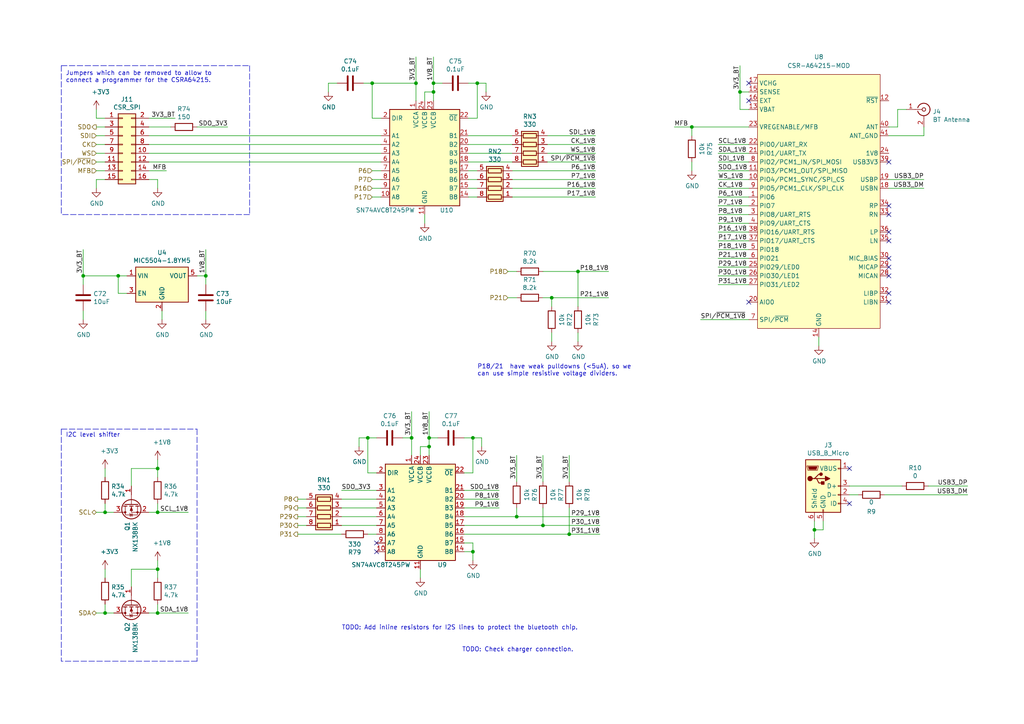
<source format=kicad_sch>
(kicad_sch (version 20201015) (generator eeschema)
  (page 1 7)
  (paper "A4")
  (lib_symbols
    (symbol "Connector:Conn_Coaxial" (pin_names (offset 1.016) hide)
      (property "Reference" "J" (at 0.254 3.048 0))
      (property "Value" "Conn_Coaxial" (at 2.921 0 90))
      (symbol "Conn_Coaxial_0_1"
        (arc (start -1.778 0.508) (end 1.778 0) (radius (at -0.0508 0) (length 1.8034) (angles 163.6 0)) (stroke (width 0.254)))
        (arc (start 1.778 0) (end -1.778 -0.508) (radius (at -0.0254 0) (length 1.8034) (angles 0 -163.8)) (stroke (width 0.254)))
        (circle (center 0 0) (radius 0.508) (stroke (width 0.2032)))
        (polyline (pts (xy -2.54 0) (xy -0.508 0)))
        (polyline (pts (xy 0 -2.54) (xy 0 -1.778)))
      )
      (symbol "Conn_Coaxial_1_1"
        (pin passive line (at -5.08 0 0) (length 2.54) (name "In") (number "1"))
        (pin passive line (at 0 -5.08 90) (length 2.54) (name "Ext") (number "2"))
      )
    )
    (symbol "Connector:USB_B_Micro" (pin_names (offset 1.016))
      (property "Reference" "J" (at -5.08 11.43 0))
      (property "Value" "USB_B_Micro" (at -5.08 8.89 0))
      (symbol "USB_B_Micro_0_1"
        (circle (center -3.81 2.159) (radius 0.635) (stroke (width 0.254)) (fill (type outline)))
        (circle (center -0.635 3.429) (radius 0.381) (stroke (width 0.254)) (fill (type outline)))
        (rectangle (start -5.08 -7.62) (end 5.08 7.62) (stroke (width 0.254)) (fill (type background)))
        (rectangle (start -0.127 -7.62) (end 0.127 -6.858))
        (rectangle (start 0.254 1.27) (end -0.508 0.508) (stroke (width 0.254)) (fill (type outline)))
        (rectangle (start 5.08 -5.207) (end 4.318 -4.953))
        (rectangle (start 5.08 -2.667) (end 4.318 -2.413))
        (rectangle (start 5.08 -0.127) (end 4.318 0.127))
        (rectangle (start 5.08 4.953) (end 4.318 5.207))
        (polyline (pts (xy -1.905 2.159) (xy 0.635 2.159)) (stroke (width 0.254)))
        (polyline (pts (xy -3.175 2.159) (xy -2.54 2.159) (xy -1.27 3.429) (xy -0.635 3.429)) (stroke (width 0.254)))
        (polyline (pts (xy -2.54 2.159) (xy -1.905 2.159) (xy -1.27 0.889) (xy 0 0.889)) (stroke (width 0.254)))
        (polyline (pts (xy 0.635 2.794) (xy 0.635 1.524) (xy 1.905 2.159) (xy 0.635 2.794)) (stroke (width 0.254)) (fill (type outline)))
        (polyline (pts (xy -4.318 5.588) (xy -1.778 5.588) (xy -2.032 4.826) (xy -4.064 4.826) (xy -4.318 5.588)) (fill (type outline)))
        (polyline (pts (xy -4.699 5.842) (xy -4.699 5.588) (xy -4.445 4.826) (xy -4.445 4.572) (xy -1.651 4.572) (xy -1.651 4.826) (xy -1.397 5.588) (xy -1.397 5.842) (xy -4.699 5.842)))
      )
      (symbol "USB_B_Micro_1_1"
        (pin power_out line (at 7.62 5.08 180) (length 2.54) (name "VBUS") (number "1"))
        (pin bidirectional line (at 7.62 -2.54 180) (length 2.54) (name "D-") (number "2"))
        (pin bidirectional line (at 7.62 0 180) (length 2.54) (name "D+") (number "3"))
        (pin passive line (at 7.62 -5.08 180) (length 2.54) (name "ID") (number "4"))
        (pin power_out line (at 0 -10.16 90) (length 2.54) (name "GND") (number "5"))
        (pin passive line (at -2.54 -10.16 90) (length 2.54) (name "Shield") (number "6"))
      )
    )
    (symbol "Connector_Generic:Conn_02x08_Odd_Even" (pin_names (offset 1.016) hide)
      (property "Reference" "J" (at 1.27 10.16 0))
      (property "Value" "Conn_02x08_Odd_Even" (at 1.27 -12.7 0))
      (symbol "Conn_02x08_Odd_Even_1_1"
        (rectangle (start -1.27 -4.953) (end 0 -5.207) (stroke (width 0.1524)))
        (rectangle (start -1.27 -7.493) (end 0 -7.747) (stroke (width 0.1524)))
        (rectangle (start -1.27 -10.033) (end 0 -10.287) (stroke (width 0.1524)))
        (rectangle (start -1.27 -2.413) (end 0 -2.667) (stroke (width 0.1524)))
        (rectangle (start -1.27 2.667) (end 0 2.413) (stroke (width 0.1524)))
        (rectangle (start -1.27 5.207) (end 0 4.953) (stroke (width 0.1524)))
        (rectangle (start -1.27 7.747) (end 0 7.493) (stroke (width 0.1524)))
        (rectangle (start -1.27 8.89) (end 3.81 -11.43) (stroke (width 0.254)) (fill (type background)))
        (rectangle (start -1.27 0.127) (end 0 -0.127) (stroke (width 0.1524)))
        (rectangle (start 3.81 -4.953) (end 2.54 -5.207) (stroke (width 0.1524)))
        (rectangle (start 3.81 -7.493) (end 2.54 -7.747) (stroke (width 0.1524)))
        (rectangle (start 3.81 -10.033) (end 2.54 -10.287) (stroke (width 0.1524)))
        (rectangle (start 3.81 -2.413) (end 2.54 -2.667) (stroke (width 0.1524)))
        (rectangle (start 3.81 2.667) (end 2.54 2.413) (stroke (width 0.1524)))
        (rectangle (start 3.81 5.207) (end 2.54 4.953) (stroke (width 0.1524)))
        (rectangle (start 3.81 7.747) (end 2.54 7.493) (stroke (width 0.1524)))
        (rectangle (start 3.81 0.127) (end 2.54 -0.127) (stroke (width 0.1524)))
        (pin passive line (at -5.08 7.62 0) (length 3.81) (name "Pin_1") (number "1"))
        (pin passive line (at 7.62 -2.54 180) (length 3.81) (name "Pin_10") (number "10"))
        (pin passive line (at -5.08 -5.08 0) (length 3.81) (name "Pin_11") (number "11"))
        (pin passive line (at 7.62 -5.08 180) (length 3.81) (name "Pin_12") (number "12"))
        (pin passive line (at -5.08 -7.62 0) (length 3.81) (name "Pin_13") (number "13"))
        (pin passive line (at 7.62 -7.62 180) (length 3.81) (name "Pin_14") (number "14"))
        (pin passive line (at -5.08 -10.16 0) (length 3.81) (name "Pin_15") (number "15"))
        (pin passive line (at 7.62 -10.16 180) (length 3.81) (name "Pin_16") (number "16"))
        (pin passive line (at 7.62 7.62 180) (length 3.81) (name "Pin_2") (number "2"))
        (pin passive line (at -5.08 5.08 0) (length 3.81) (name "Pin_3") (number "3"))
        (pin passive line (at 7.62 5.08 180) (length 3.81) (name "Pin_4") (number "4"))
        (pin passive line (at -5.08 2.54 0) (length 3.81) (name "Pin_5") (number "5"))
        (pin passive line (at 7.62 2.54 180) (length 3.81) (name "Pin_6") (number "6"))
        (pin passive line (at -5.08 0 0) (length 3.81) (name "Pin_7") (number "7"))
        (pin passive line (at 7.62 0 180) (length 3.81) (name "Pin_8") (number "8"))
        (pin passive line (at -5.08 -2.54 0) (length 3.81) (name "Pin_9") (number "9"))
      )
    )
    (symbol "Device:C" (pin_numbers hide) (pin_names (offset 0.254))
      (property "Reference" "C" (at 0.635 2.54 0))
      (property "Value" "C" (at 0.635 -2.54 0))
      (symbol "C_0_1"
        (polyline (pts (xy -2.032 -0.762) (xy 2.032 -0.762)) (stroke (width 0.508)))
        (polyline (pts (xy -2.032 0.762) (xy 2.032 0.762)) (stroke (width 0.508)))
      )
      (symbol "C_1_1"
        (pin passive line (at 0 3.81 270) (length 2.794) (name "~") (number "1"))
        (pin passive line (at 0 -3.81 90) (length 2.794) (name "~") (number "2"))
      )
    )
    (symbol "Device:R" (pin_numbers hide) (pin_names (offset 0))
      (property "Reference" "R" (at 2.032 0 90))
      (property "Value" "R" (at 0 0 90))
      (symbol "R_0_1"
        (rectangle (start -1.016 -2.54) (end 1.016 2.54) (stroke (width 0.254)))
      )
      (symbol "R_1_1"
        (pin passive line (at 0 3.81 270) (length 1.27) (name "~") (number "1"))
        (pin passive line (at 0 -3.81 90) (length 1.27) (name "~") (number "2"))
      )
    )
    (symbol "Device:R_Pack04" (pin_names (offset 0) hide)
      (property "Reference" "RN" (at -7.62 0 90))
      (property "Value" "R_Pack04" (at 5.08 0 90))
      (symbol "R_Pack04_0_1"
        (rectangle (start -6.35 -2.413) (end 3.81 2.413) (stroke (width 0.254)) (fill (type background)))
        (rectangle (start -5.715 1.905) (end -4.445 -1.905) (stroke (width 0.254)))
        (rectangle (start -3.175 1.905) (end -1.905 -1.905) (stroke (width 0.254)))
        (rectangle (start -0.635 1.905) (end 0.635 -1.905) (stroke (width 0.254)))
        (rectangle (start 1.905 1.905) (end 3.175 -1.905) (stroke (width 0.254)))
        (polyline (pts (xy -5.08 -2.54) (xy -5.08 -1.905)))
        (polyline (pts (xy -5.08 1.905) (xy -5.08 2.54)))
        (polyline (pts (xy -2.54 -2.54) (xy -2.54 -1.905)))
        (polyline (pts (xy -2.54 1.905) (xy -2.54 2.54)))
        (polyline (pts (xy 0 -2.54) (xy 0 -1.905)))
        (polyline (pts (xy 0 1.905) (xy 0 2.54)))
        (polyline (pts (xy 2.54 -2.54) (xy 2.54 -1.905)))
        (polyline (pts (xy 2.54 1.905) (xy 2.54 2.54)))
      )
      (symbol "R_Pack04_1_1"
        (pin passive line (at -5.08 -5.08 90) (length 2.54) (name "R1.1") (number "1"))
        (pin passive line (at -2.54 -5.08 90) (length 2.54) (name "R2.1") (number "2"))
        (pin passive line (at 0 -5.08 90) (length 2.54) (name "R3.1") (number "3"))
        (pin passive line (at 2.54 -5.08 90) (length 2.54) (name "R4.1") (number "4"))
        (pin passive line (at 2.54 5.08 270) (length 2.54) (name "R4.2") (number "5"))
        (pin passive line (at 0 5.08 270) (length 2.54) (name "R3.2") (number "6"))
        (pin passive line (at -2.54 5.08 270) (length 2.54) (name "R2.2") (number "7"))
        (pin passive line (at -5.08 5.08 270) (length 2.54) (name "R1.2") (number "8"))
      )
    )
    (symbol "HackAmp-Symbols:CSR-A64215-MOD"
      (property "Reference" "U" (at -15.24 39.37 0))
      (property "Value" "CSR-A64215-MOD" (at 8.89 39.37 0))
      (symbol "CSR-A64215-MOD_0_1"
        (rectangle (start -17.78 38.1) (end 17.78 -35.56) (fill (type background)))
      )
      (symbol "CSR-A64215-MOD_1_1"
        (pin bidirectional line (at -20.32 2.54 0) (length 2.54) (name "PIO6") (number "1"))
        (pin bidirectional line (at -20.32 0 0) (length 2.54) (name "PIO7") (number "2"))
        (pin bidirectional line (at -20.32 -2.54 0) (length 2.54) (name "PIO8/UART_RTS") (number "3"))
        (pin bidirectional line (at -20.32 -5.08 0) (length 2.54) (name "PIO9/UART_CTS") (number "4"))
        (pin bidirectional line (at -20.32 -12.7 0) (length 2.54) (name "PIO18") (number "5"))
        (pin bidirectional line (at -20.32 -15.24 0) (length 2.54) (name "PIO21") (number "6"))
        (pin input line (at -20.32 -33.02 0) (length 2.54) (name "SPI/~PCM") (number "7"))
        (pin bidirectional line (at -20.32 12.7 0) (length 2.54) (name "PIO2/PCM1_IN/SPI_MOSI") (number "8"))
        (pin bidirectional line (at -20.32 5.08 0) (length 2.54) (name "PIO5/PCM1_CLK/SPI_CLK") (number "9"))
        (pin bidirectional line (at -20.32 7.62 0) (length 2.54) (name "PIO4/PCM1_SYNC/SPI_CS") (number "10"))
        (pin bidirectional line (at -20.32 10.16 0) (length 2.54) (name "PIO3/PCM1_OUT/SPI_MISO") (number "11"))
        (pin input line (at 20.32 30.48 180) (length 2.54) (name "~RST") (number "12"))
        (pin power_in line (at -20.32 27.94 0) (length 2.54) (name "VBAT") (number "13"))
        (pin power_in line (at 0 -38.1 90) (length 2.54) (name "GND") (number "14"))
        (pin bidirectional line (at 20.32 5.08 180) (length 2.54) (name "USBN") (number "18"))
        (pin bidirectional line (at -20.32 22.86 0) (length 2.54) (name "VREGENABLE/MFB") (number "23"))
        (pin power_out line (at 20.32 15.24 180) (length 2.54) (name "1V8") (number "24"))
        (pin output line (at -20.32 -17.78 0) (length 2.54) (name "PIO29/LED0") (number "25"))
        (pin output line (at -20.32 -20.32 0) (length 2.54) (name "PIO30/LED1") (number "26"))
        (pin output line (at -20.32 -22.86 0) (length 2.54) (name "PIO31/LED2") (number "27"))
        (pin bidirectional line (at 20.32 -20.32 180) (length 2.54) (name "MICAN") (number "28"))
        (pin bidirectional line (at 20.32 -17.78 180) (length 2.54) (name "MICAP") (number "29"))
        (pin bidirectional line (at 20.32 -15.24 180) (length 2.54) (name "MIC_BIAS") (number "30"))
        (pin bidirectional line (at 20.32 -27.94 180) (length 2.54) (name "LIBN") (number "31"))
        (pin bidirectional line (at 20.32 -25.4 180) (length 2.54) (name "LIBP") (number "32"))
        (pin bidirectional line (at 20.32 -2.54 180) (length 2.54) (name "RN") (number "33"))
        (pin bidirectional line (at 20.32 0 180) (length 2.54) (name "RP") (number "34"))
        (pin bidirectional line (at 20.32 -10.16 180) (length 2.54) (name "LN") (number "35"))
        (pin bidirectional line (at 20.32 -7.62 180) (length 2.54) (name "LP") (number "36"))
        (pin bidirectional line (at -20.32 -10.16 0) (length 2.54) (name "PIO17/UART_CTS") (number "37"))
        (pin bidirectional line (at -20.32 -7.62 0) (length 2.54) (name "PIO16/UART_RTS") (number "38"))
        (pin power_out line (at 20.32 12.7 180) (length 2.54) (name "USB3V3") (number "39"))
        (pin passive line (at 20.32 22.86 180) (length 2.54) (name "ANT") (number "40"))
        (pin passive line (at 20.32 20.32 180) (length 2.54) (name "ANT_GND") (number "41"))
        (pin power_in line (at -20.32 35.56 0) (length 2.54) (name "VCHG") (number "17"))
        (pin output line (at -20.32 30.48 0) (length 2.54) (name "EXT") (number "16"))
        (pin input line (at -20.32 33.02 0) (length 2.54) (name "SENSE") (number "15"))
        (pin bidirectional line (at 20.32 7.62 180) (length 2.54) (name "USBP") (number "19"))
        (pin power_in line (at -20.32 -27.94 0) (length 2.54) (name "AIO0") (number "20"))
        (pin bidirectional line (at -20.32 15.24 0) (length 2.54) (name "PIO1/UART_TX") (number "21"))
        (pin bidirectional line (at -20.32 17.78 0) (length 2.54) (name "PIO0/UART_RX") (number "22"))
      )
    )
    (symbol "Logic_LevelTranslator:SN74AVC8T245PW"
      (property "Reference" "U" (at -8.89 13.97 0))
      (property "Value" "SN74AVC8T245PW" (at 12.7 13.97 0))
      (symbol "SN74AVC8T245PW_0_1"
        (rectangle (start -10.16 12.7) (end 10.16 -15.24) (stroke (width 0.254)) (fill (type background)))
      )
      (symbol "SN74AVC8T245PW_1_1"
        (pin power_in line (at -2.54 15.24 270) (length 2.54) (name "VCCA") (number "1"))
        (pin bidirectional line (at -12.7 -12.7 0) (length 2.54) (name "A8") (number "10"))
        (pin power_in line (at 0 -17.78 90) (length 2.54) (name "GND") (number "11"))
        (pin passive line (at 0 -17.78 90) (length 2.54) hide (name "GND") (number "12"))
        (pin passive line (at 0 -17.78 90) (length 2.54) hide (name "GND") (number "13"))
        (pin bidirectional line (at 12.7 -12.7 180) (length 2.54) (name "B8") (number "14"))
        (pin bidirectional line (at 12.7 -10.16 180) (length 2.54) (name "B7") (number "15"))
        (pin bidirectional line (at 12.7 -7.62 180) (length 2.54) (name "B6") (number "16"))
        (pin bidirectional line (at 12.7 -5.08 180) (length 2.54) (name "B5") (number "17"))
        (pin bidirectional line (at 12.7 -2.54 180) (length 2.54) (name "B4") (number "18"))
        (pin bidirectional line (at 12.7 0 180) (length 2.54) (name "B3") (number "19"))
        (pin input line (at -12.7 10.16 0) (length 2.54) (name "DIR") (number "2"))
        (pin bidirectional line (at 12.7 2.54 180) (length 2.54) (name "B2") (number "20"))
        (pin bidirectional line (at 12.7 5.08 180) (length 2.54) (name "B1") (number "21"))
        (pin input line (at 12.7 10.16 180) (length 2.54) (name "~OE") (number "22"))
        (pin power_in line (at 2.54 15.24 270) (length 2.54) (name "VCCB") (number "23"))
        (pin power_in line (at 0 15.24 270) (length 2.54) (name "VCCB") (number "24"))
        (pin bidirectional line (at -12.7 5.08 0) (length 2.54) (name "A1") (number "3"))
        (pin bidirectional line (at -12.7 2.54 0) (length 2.54) (name "A2") (number "4"))
        (pin bidirectional line (at -12.7 0 0) (length 2.54) (name "A3") (number "5"))
        (pin bidirectional line (at -12.7 -2.54 0) (length 2.54) (name "A4") (number "6"))
        (pin bidirectional line (at -12.7 -5.08 0) (length 2.54) (name "A5") (number "7"))
        (pin bidirectional line (at -12.7 -7.62 0) (length 2.54) (name "A6") (number "8"))
        (pin bidirectional line (at -12.7 -10.16 0) (length 2.54) (name "A7") (number "9"))
      )
    )
    (symbol "Regulator_Linear:MIC5504-1.8YM5"
      (property "Reference" "U" (at -7.62 8.89 0))
      (property "Value" "MIC5504-1.8YM5" (at -7.62 6.35 0))
      (symbol "MIC5504-1.8YM5_0_1"
        (rectangle (start -7.62 -5.08) (end 7.62 5.08) (stroke (width 0.254)) (fill (type background)))
      )
      (symbol "MIC5504-1.8YM5_1_1"
        (pin power_in line (at -10.16 2.54 0) (length 2.54) (name "VIN") (number "1"))
        (pin power_in line (at 0 -7.62 90) (length 2.54) (name "GND") (number "2"))
        (pin input line (at -10.16 -2.54 0) (length 2.54) (name "EN") (number "3"))
        (pin unconnected line (at 7.62 -2.54 180) (length 2.54) hide (name "NC") (number "4"))
        (pin power_out line (at 10.16 2.54 180) (length 2.54) (name "VOUT") (number "5"))
      )
    )
    (symbol "Transistor_FET:BSS138" (pin_names hide)
      (property "Reference" "Q" (at 5.08 1.905 0))
      (property "Value" "BSS138" (at 5.08 0 0))
      (symbol "BSS138_0_1"
        (circle (center 1.651 0) (radius 2.794) (stroke (width 0.254)))
        (circle (center 2.54 -1.778) (radius 0.254) (fill (type outline)))
        (circle (center 2.54 1.778) (radius 0.254) (fill (type outline)))
        (polyline (pts (xy 0.254 0) (xy -2.54 0)))
        (polyline (pts (xy 0.254 1.905) (xy 0.254 -1.905)) (stroke (width 0.254)))
        (polyline (pts (xy 0.762 -1.27) (xy 0.762 -2.286)) (stroke (width 0.254)))
        (polyline (pts (xy 0.762 0.508) (xy 0.762 -0.508)) (stroke (width 0.254)))
        (polyline (pts (xy 0.762 2.286) (xy 0.762 1.27)) (stroke (width 0.254)))
        (polyline (pts (xy 2.54 2.54) (xy 2.54 1.778)))
        (polyline (pts (xy 2.54 -2.54) (xy 2.54 0) (xy 0.762 0)))
        (polyline (pts (xy 0.762 -1.778) (xy 3.302 -1.778) (xy 3.302 1.778) (xy 0.762 1.778)))
        (polyline (pts (xy 1.016 0) (xy 2.032 0.381) (xy 2.032 -0.381) (xy 1.016 0)) (fill (type outline)))
        (polyline (pts (xy 2.794 0.508) (xy 2.921 0.381) (xy 3.683 0.381) (xy 3.81 0.254)))
        (polyline (pts (xy 3.302 0.381) (xy 2.921 -0.254) (xy 3.683 -0.254) (xy 3.302 0.381)))
      )
      (symbol "BSS138_1_1"
        (pin input line (at -5.08 0 0) (length 2.54) (name "G") (number "1"))
        (pin passive line (at 2.54 -5.08 90) (length 2.54) (name "S") (number "2"))
        (pin passive line (at 2.54 5.08 270) (length 2.54) (name "D") (number "3"))
      )
    )
    (symbol "power:+1V8" (power) (pin_names (offset 0))
      (property "Value" "+1V8" (at 0 3.556 0))
      (symbol "+1V8_0_1"
        (polyline (pts (xy -0.762 1.27) (xy 0 2.54)))
        (polyline (pts (xy 0 0) (xy 0 2.54)))
        (polyline (pts (xy 0 2.54) (xy 0.762 1.27)))
      )
      (symbol "+1V8_1_1"
        (pin power_in line (at 0 0 90) (length 0) hide (name "+1V8") (number "1"))
      )
    )
    (symbol "power:+3V3" (power) (pin_names (offset 0))
      (property "Value" "+3V3" (at 0 3.556 0))
      (symbol "+3V3_0_1"
        (polyline (pts (xy -0.762 1.27) (xy 0 2.54)))
        (polyline (pts (xy 0 0) (xy 0 2.54)))
        (polyline (pts (xy 0 2.54) (xy 0.762 1.27)))
      )
      (symbol "+3V3_1_1"
        (pin power_in line (at 0 0 90) (length 0) hide (name "+3V3") (number "1"))
      )
    )
    (symbol "power:GND" (power) (pin_names (offset 0))
      (property "Value" "GND" (at 0 -3.81 0))
      (symbol "GND_0_1"
        (polyline (pts (xy 0 0) (xy 0 -1.27) (xy 1.27 -1.27) (xy 0 -2.54) (xy -1.27 -1.27) (xy 0 -1.27)))
      )
      (symbol "GND_1_1"
        (pin power_in line (at 0 0 270) (length 0) hide (name "GND") (number "1"))
      )
    )
  )
  (junction (at 24.13 80.01) (diameter 0.9144))
  (junction (at 30.48 148.59) (diameter 0.9144))
  (junction (at 30.48 177.8) (diameter 0.9144))
  (junction (at 34.29 80.01) (diameter 0.9144))
  (junction (at 45.72 135.89) (diameter 0.9144))
  (junction (at 45.72 148.59) (diameter 0.9144))
  (junction (at 45.72 165.1) (diameter 0.9144))
  (junction (at 45.72 177.8) (diameter 0.9144))
  (junction (at 59.69 80.01) (diameter 0.9144))
  (junction (at 106.68 127) (diameter 0.9144))
  (junction (at 107.95 24.13) (diameter 0.9144))
  (junction (at 119.38 127) (diameter 0.9144))
  (junction (at 120.65 24.13) (diameter 0.9144))
  (junction (at 124.46 127) (diameter 0.9144))
  (junction (at 124.46 129.54) (diameter 0.9144))
  (junction (at 125.73 24.13) (diameter 0.9144))
  (junction (at 125.73 26.67) (diameter 0.9144))
  (junction (at 137.16 127) (diameter 0.9144))
  (junction (at 137.16 160.02) (diameter 0.9144))
  (junction (at 138.43 24.13) (diameter 0.9144))
  (junction (at 149.86 149.86) (diameter 0.9144))
  (junction (at 157.48 152.4) (diameter 0.9144))
  (junction (at 160.02 86.36) (diameter 0.9144))
  (junction (at 165.1 154.94) (diameter 0.9144))
  (junction (at 167.64 78.74) (diameter 0.9144))
  (junction (at 200.66 36.83) (diameter 0.9144))
  (junction (at 214.63 26.67) (diameter 0.9144))
  (junction (at 236.22 153.67) (diameter 0.9144))
  (no_connect (at 257.81 77.47))
  (no_connect (at 257.81 46.99))
  (no_connect (at 257.81 69.85))
  (no_connect (at 257.81 59.69))
  (no_connect (at 246.38 146.05))
  (no_connect (at 109.22 160.02))
  (no_connect (at 257.81 67.31))
  (no_connect (at 257.81 85.09))
  (no_connect (at 257.81 62.23))
  (no_connect (at 109.22 157.48))
  (no_connect (at 246.38 135.89))
  (no_connect (at 257.81 87.63))
  (no_connect (at 217.17 87.63))
  (no_connect (at 217.17 24.13))
  (no_connect (at 217.17 29.21))
  (no_connect (at 257.81 74.93))
  (no_connect (at 257.81 80.01))
  (wire (pts (xy 24.13 72.39) (xy 24.13 80.01)))
  (wire (pts (xy 24.13 80.01) (xy 24.13 82.55)))
  (wire (pts (xy 24.13 90.17) (xy 24.13 92.71)))
  (wire (pts (xy 27.94 34.29) (xy 27.94 31.75)))
  (wire (pts (xy 27.94 36.83) (xy 30.48 36.83)))
  (wire (pts (xy 27.94 39.37) (xy 30.48 39.37)))
  (wire (pts (xy 27.94 41.91) (xy 30.48 41.91)))
  (wire (pts (xy 27.94 44.45) (xy 30.48 44.45)))
  (wire (pts (xy 27.94 46.99) (xy 30.48 46.99)))
  (wire (pts (xy 27.94 49.53) (xy 30.48 49.53)))
  (wire (pts (xy 27.94 52.07) (xy 27.94 54.61)))
  (wire (pts (xy 27.94 148.59) (xy 30.48 148.59)))
  (wire (pts (xy 27.94 177.8) (xy 30.48 177.8)))
  (wire (pts (xy 30.48 34.29) (xy 27.94 34.29)))
  (wire (pts (xy 30.48 52.07) (xy 27.94 52.07)))
  (wire (pts (xy 30.48 135.89) (xy 30.48 138.43)))
  (wire (pts (xy 30.48 146.05) (xy 30.48 148.59)))
  (wire (pts (xy 30.48 148.59) (xy 33.02 148.59)))
  (wire (pts (xy 30.48 165.1) (xy 30.48 167.64)))
  (wire (pts (xy 30.48 175.26) (xy 30.48 177.8)))
  (wire (pts (xy 30.48 177.8) (xy 33.02 177.8)))
  (wire (pts (xy 34.29 80.01) (xy 24.13 80.01)))
  (wire (pts (xy 34.29 80.01) (xy 36.83 80.01)))
  (wire (pts (xy 34.29 85.09) (xy 34.29 80.01)))
  (wire (pts (xy 36.83 85.09) (xy 34.29 85.09)))
  (wire (pts (xy 38.1 135.89) (xy 38.1 140.97)))
  (wire (pts (xy 38.1 165.1) (xy 38.1 170.18)))
  (wire (pts (xy 43.18 34.29) (xy 50.8 34.29)))
  (wire (pts (xy 43.18 36.83) (xy 49.53 36.83)))
  (wire (pts (xy 43.18 39.37) (xy 110.49 39.37)))
  (wire (pts (xy 43.18 41.91) (xy 110.49 41.91)))
  (wire (pts (xy 43.18 44.45) (xy 110.49 44.45)))
  (wire (pts (xy 43.18 46.99) (xy 110.49 46.99)))
  (wire (pts (xy 43.18 49.53) (xy 48.26 49.53)))
  (wire (pts (xy 43.18 52.07) (xy 45.72 52.07)))
  (wire (pts (xy 45.72 52.07) (xy 45.72 54.61)))
  (wire (pts (xy 45.72 133.35) (xy 45.72 135.89)))
  (wire (pts (xy 45.72 135.89) (xy 38.1 135.89)))
  (wire (pts (xy 45.72 135.89) (xy 45.72 138.43)))
  (wire (pts (xy 45.72 146.05) (xy 45.72 148.59)))
  (wire (pts (xy 45.72 148.59) (xy 43.18 148.59)))
  (wire (pts (xy 45.72 148.59) (xy 54.61 148.59)))
  (wire (pts (xy 45.72 162.56) (xy 45.72 165.1)))
  (wire (pts (xy 45.72 165.1) (xy 38.1 165.1)))
  (wire (pts (xy 45.72 165.1) (xy 45.72 167.64)))
  (wire (pts (xy 45.72 175.26) (xy 45.72 177.8)))
  (wire (pts (xy 45.72 177.8) (xy 43.18 177.8)))
  (wire (pts (xy 45.72 177.8) (xy 54.61 177.8)))
  (wire (pts (xy 46.99 90.17) (xy 46.99 92.71)))
  (wire (pts (xy 57.15 36.83) (xy 66.04 36.83)))
  (wire (pts (xy 57.15 80.01) (xy 59.69 80.01)))
  (wire (pts (xy 59.69 72.39) (xy 59.69 80.01)))
  (wire (pts (xy 59.69 80.01) (xy 59.69 82.55)))
  (wire (pts (xy 59.69 90.17) (xy 59.69 92.71)))
  (wire (pts (xy 86.36 144.78) (xy 88.9 144.78)))
  (wire (pts (xy 86.36 147.32) (xy 88.9 147.32)))
  (wire (pts (xy 86.36 149.86) (xy 88.9 149.86)))
  (wire (pts (xy 86.36 152.4) (xy 88.9 152.4)))
  (wire (pts (xy 86.36 154.94) (xy 99.06 154.94)))
  (wire (pts (xy 95.25 24.13) (xy 95.25 26.67)))
  (wire (pts (xy 97.79 24.13) (xy 95.25 24.13)))
  (wire (pts (xy 99.06 142.24) (xy 109.22 142.24)))
  (wire (pts (xy 99.06 144.78) (xy 109.22 144.78)))
  (wire (pts (xy 99.06 147.32) (xy 109.22 147.32)))
  (wire (pts (xy 99.06 149.86) (xy 109.22 149.86)))
  (wire (pts (xy 99.06 152.4) (xy 109.22 152.4)))
  (wire (pts (xy 104.14 127) (xy 104.14 129.54)))
  (wire (pts (xy 105.41 24.13) (xy 107.95 24.13)))
  (wire (pts (xy 106.68 127) (xy 104.14 127)))
  (wire (pts (xy 106.68 137.16) (xy 106.68 127)))
  (wire (pts (xy 106.68 154.94) (xy 109.22 154.94)))
  (wire (pts (xy 107.95 24.13) (xy 120.65 24.13)))
  (wire (pts (xy 107.95 34.29) (xy 107.95 24.13)))
  (wire (pts (xy 107.95 49.53) (xy 110.49 49.53)))
  (wire (pts (xy 107.95 52.07) (xy 110.49 52.07)))
  (wire (pts (xy 107.95 54.61) (xy 110.49 54.61)))
  (wire (pts (xy 107.95 57.15) (xy 110.49 57.15)))
  (wire (pts (xy 109.22 127) (xy 106.68 127)))
  (wire (pts (xy 109.22 137.16) (xy 106.68 137.16)))
  (wire (pts (xy 110.49 34.29) (xy 107.95 34.29)))
  (wire (pts (xy 116.84 127) (xy 119.38 127)))
  (wire (pts (xy 119.38 119.38) (xy 119.38 127)))
  (wire (pts (xy 119.38 127) (xy 119.38 132.08)))
  (wire (pts (xy 120.65 16.51) (xy 120.65 24.13)))
  (wire (pts (xy 120.65 24.13) (xy 120.65 29.21)))
  (wire (pts (xy 121.92 129.54) (xy 124.46 129.54)))
  (wire (pts (xy 121.92 132.08) (xy 121.92 129.54)))
  (wire (pts (xy 121.92 165.1) (xy 121.92 167.64)))
  (wire (pts (xy 123.19 26.67) (xy 125.73 26.67)))
  (wire (pts (xy 123.19 29.21) (xy 123.19 26.67)))
  (wire (pts (xy 123.19 62.23) (xy 123.19 64.77)))
  (wire (pts (xy 124.46 119.38) (xy 124.46 127)))
  (wire (pts (xy 124.46 127) (xy 124.46 129.54)))
  (wire (pts (xy 124.46 127) (xy 127 127)))
  (wire (pts (xy 124.46 129.54) (xy 124.46 132.08)))
  (wire (pts (xy 125.73 16.51) (xy 125.73 24.13)))
  (wire (pts (xy 125.73 24.13) (xy 125.73 26.67)))
  (wire (pts (xy 125.73 24.13) (xy 128.27 24.13)))
  (wire (pts (xy 125.73 26.67) (xy 125.73 29.21)))
  (wire (pts (xy 134.62 127) (xy 137.16 127)))
  (wire (pts (xy 134.62 137.16) (xy 137.16 137.16)))
  (wire (pts (xy 134.62 142.24) (xy 144.78 142.24)))
  (wire (pts (xy 134.62 144.78) (xy 144.78 144.78)))
  (wire (pts (xy 134.62 147.32) (xy 144.78 147.32)))
  (wire (pts (xy 134.62 149.86) (xy 149.86 149.86)))
  (wire (pts (xy 134.62 152.4) (xy 157.48 152.4)))
  (wire (pts (xy 134.62 154.94) (xy 165.1 154.94)))
  (wire (pts (xy 134.62 157.48) (xy 137.16 157.48)))
  (wire (pts (xy 134.62 160.02) (xy 137.16 160.02)))
  (wire (pts (xy 135.89 24.13) (xy 138.43 24.13)))
  (wire (pts (xy 135.89 34.29) (xy 138.43 34.29)))
  (wire (pts (xy 135.89 39.37) (xy 148.59 39.37)))
  (wire (pts (xy 135.89 41.91) (xy 148.59 41.91)))
  (wire (pts (xy 135.89 44.45) (xy 148.59 44.45)))
  (wire (pts (xy 135.89 46.99) (xy 148.59 46.99)))
  (wire (pts (xy 135.89 49.53) (xy 138.43 49.53)))
  (wire (pts (xy 135.89 52.07) (xy 138.43 52.07)))
  (wire (pts (xy 135.89 54.61) (xy 138.43 54.61)))
  (wire (pts (xy 135.89 57.15) (xy 138.43 57.15)))
  (wire (pts (xy 137.16 127) (xy 139.7 127)))
  (wire (pts (xy 137.16 137.16) (xy 137.16 127)))
  (wire (pts (xy 137.16 157.48) (xy 137.16 160.02)))
  (wire (pts (xy 137.16 160.02) (xy 137.16 162.56)))
  (wire (pts (xy 138.43 24.13) (xy 140.97 24.13)))
  (wire (pts (xy 138.43 34.29) (xy 138.43 24.13)))
  (wire (pts (xy 139.7 127) (xy 139.7 129.54)))
  (wire (pts (xy 140.97 24.13) (xy 140.97 26.67)))
  (wire (pts (xy 147.32 78.74) (xy 149.86 78.74)))
  (wire (pts (xy 147.32 86.36) (xy 149.86 86.36)))
  (wire (pts (xy 148.59 49.53) (xy 172.72 49.53)))
  (wire (pts (xy 148.59 52.07) (xy 172.72 52.07)))
  (wire (pts (xy 148.59 54.61) (xy 172.72 54.61)))
  (wire (pts (xy 148.59 57.15) (xy 172.72 57.15)))
  (wire (pts (xy 149.86 132.08) (xy 149.86 139.7)))
  (wire (pts (xy 149.86 149.86) (xy 149.86 147.32)))
  (wire (pts (xy 149.86 149.86) (xy 173.99 149.86)))
  (wire (pts (xy 157.48 78.74) (xy 167.64 78.74)))
  (wire (pts (xy 157.48 86.36) (xy 160.02 86.36)))
  (wire (pts (xy 157.48 132.08) (xy 157.48 139.7)))
  (wire (pts (xy 157.48 152.4) (xy 157.48 147.32)))
  (wire (pts (xy 157.48 152.4) (xy 173.99 152.4)))
  (wire (pts (xy 158.75 39.37) (xy 172.72 39.37)))
  (wire (pts (xy 158.75 41.91) (xy 172.72 41.91)))
  (wire (pts (xy 158.75 44.45) (xy 172.72 44.45)))
  (wire (pts (xy 158.75 46.99) (xy 172.72 46.99)))
  (wire (pts (xy 160.02 86.36) (xy 160.02 88.9)))
  (wire (pts (xy 160.02 86.36) (xy 176.53 86.36)))
  (wire (pts (xy 160.02 96.52) (xy 160.02 99.06)))
  (wire (pts (xy 165.1 132.08) (xy 165.1 139.7)))
  (wire (pts (xy 165.1 154.94) (xy 165.1 147.32)))
  (wire (pts (xy 165.1 154.94) (xy 173.99 154.94)))
  (wire (pts (xy 167.64 78.74) (xy 167.64 88.9)))
  (wire (pts (xy 167.64 78.74) (xy 176.53 78.74)))
  (wire (pts (xy 167.64 96.52) (xy 167.64 99.06)))
  (wire (pts (xy 195.58 36.83) (xy 200.66 36.83)))
  (wire (pts (xy 200.66 36.83) (xy 200.66 39.37)))
  (wire (pts (xy 200.66 46.99) (xy 200.66 49.53)))
  (wire (pts (xy 203.2 92.71) (xy 217.17 92.71)))
  (wire (pts (xy 208.28 41.91) (xy 217.17 41.91)))
  (wire (pts (xy 208.28 44.45) (xy 217.17 44.45)))
  (wire (pts (xy 208.28 46.99) (xy 217.17 46.99)))
  (wire (pts (xy 208.28 49.53) (xy 217.17 49.53)))
  (wire (pts (xy 208.28 52.07) (xy 217.17 52.07)))
  (wire (pts (xy 208.28 54.61) (xy 217.17 54.61)))
  (wire (pts (xy 208.28 57.15) (xy 217.17 57.15)))
  (wire (pts (xy 208.28 59.69) (xy 217.17 59.69)))
  (wire (pts (xy 208.28 62.23) (xy 217.17 62.23)))
  (wire (pts (xy 208.28 64.77) (xy 217.17 64.77)))
  (wire (pts (xy 208.28 67.31) (xy 217.17 67.31)))
  (wire (pts (xy 208.28 69.85) (xy 217.17 69.85)))
  (wire (pts (xy 208.28 72.39) (xy 217.17 72.39)))
  (wire (pts (xy 208.28 74.93) (xy 217.17 74.93)))
  (wire (pts (xy 208.28 77.47) (xy 217.17 77.47)))
  (wire (pts (xy 208.28 80.01) (xy 217.17 80.01)))
  (wire (pts (xy 208.28 82.55) (xy 217.17 82.55)))
  (wire (pts (xy 214.63 19.05) (xy 214.63 26.67)))
  (wire (pts (xy 214.63 26.67) (xy 214.63 31.75)))
  (wire (pts (xy 214.63 26.67) (xy 217.17 26.67)))
  (wire (pts (xy 214.63 31.75) (xy 217.17 31.75)))
  (wire (pts (xy 217.17 36.83) (xy 200.66 36.83)))
  (wire (pts (xy 236.22 151.13) (xy 236.22 153.67)))
  (wire (pts (xy 236.22 153.67) (xy 236.22 156.21)))
  (wire (pts (xy 237.49 97.79) (xy 237.49 100.33)))
  (wire (pts (xy 238.76 151.13) (xy 238.76 153.67)))
  (wire (pts (xy 238.76 153.67) (xy 236.22 153.67)))
  (wire (pts (xy 246.38 143.51) (xy 248.92 143.51)))
  (wire (pts (xy 256.54 143.51) (xy 280.67 143.51)))
  (wire (pts (xy 257.81 36.83) (xy 260.35 36.83)))
  (wire (pts (xy 257.81 52.07) (xy 267.97 52.07)))
  (wire (pts (xy 257.81 54.61) (xy 267.97 54.61)))
  (wire (pts (xy 260.35 31.75) (xy 262.89 31.75)))
  (wire (pts (xy 260.35 36.83) (xy 260.35 31.75)))
  (wire (pts (xy 261.62 140.97) (xy 246.38 140.97)))
  (wire (pts (xy 267.97 36.83) (xy 267.97 39.37)))
  (wire (pts (xy 267.97 39.37) (xy 257.81 39.37)))
  (wire (pts (xy 269.24 140.97) (xy 280.67 140.97)))
  (polyline (pts (xy 17.78 19.05) (xy 17.78 62.23)) (stroke (width 0) (type dash)))
  (polyline (pts (xy 17.78 19.05) (xy 72.39 19.05)) (stroke (width 0) (type dash)))
  (polyline (pts (xy 17.78 124.46) (xy 17.78 191.77)) (stroke (width 0) (type dash)))
  (polyline (pts (xy 17.78 124.46) (xy 57.15 124.46)) (stroke (width 0) (type dash)))
  (polyline (pts (xy 57.15 124.46) (xy 57.15 191.77)) (stroke (width 0) (type dash)))
  (polyline (pts (xy 57.15 191.77) (xy 17.78 191.77)) (stroke (width 0) (type dash)))
  (polyline (pts (xy 72.39 19.05) (xy 72.39 62.23)) (stroke (width 0) (type dash)))
  (polyline (pts (xy 72.39 62.23) (xy 17.78 62.23)) (stroke (width 0) (type dash)))
  (text "Jumpers which can be removed to allow to\nconnect a programmer for the CSRA64215." (at 19.05 24.13 0) (effects (font (size 1.27 1.27)) (justify left bottom)))
  (text "I2C level shifter" (at 19.05 127 0) (effects (font (size 1.27 1.27)) (justify left bottom)))
  (text "P18/21  have weak pulldowns (<5uA), so we\ncan use simple resistive voltage dividers." (at 138.43 109.22 0) (effects (font (size 1.27 1.27)) (justify left bottom)))
  (text "TODO: Check charger connection." (at 166.37 189.23 180) (effects (font (size 1.27 1.27)) (justify right bottom)))
  (text "TODO: Add inline resistors for I2S lines to protect the bluetooth chip." (at 167.64 182.88 0) (effects (font (size 1.27 1.27)) (justify right bottom)))
  (label "3V3_BT" (at 24.13 72.39 270))
  (label "MFB" (at 48.26 49.53 180))
  (label "3V3_BT" (at 50.8 34.29 180))
  (label "SCL_1V8" (at 54.61 148.59 180))
  (label "SDA_1V8" (at 54.61 177.8 180))
  (label "1V8_BT" (at 59.69 72.39 270))
  (label "SDO_3V3" (at 66.04 36.83 180))
  (label "SDO_3V3" (at 99.06 142.24 0))
  (label "3V3_BT" (at 119.38 119.38 270))
  (label "3V3_BT" (at 120.65 16.51 270))
  (label "1V8_BT" (at 124.46 119.38 270))
  (label "1V8_BT" (at 125.73 16.51 270))
  (label "SDO_1V8" (at 144.78 142.24 180))
  (label "P8_1V8" (at 144.78 144.78 180))
  (label "P9_1V8" (at 144.78 147.32 180))
  (label "3V3_BT" (at 149.86 132.08 270))
  (label "3V3_BT" (at 157.48 132.08 270))
  (label "3V3_BT" (at 165.1 132.08 270))
  (label "SDI_1V8" (at 172.72 39.37 180))
  (label "CK_1V8" (at 172.72 41.91 180))
  (label "WS_1V8" (at 172.72 44.45 180))
  (label "SPI{slash}~PCM_1V8" (at 172.72 46.99 180))
  (label "P6_1V8" (at 172.72 49.53 180))
  (label "P7_1V8" (at 172.72 52.07 180))
  (label "P16_1V8" (at 172.72 54.61 180))
  (label "P17_1V8" (at 172.72 57.15 180))
  (label "P29_1V8" (at 173.99 149.86 180))
  (label "P30_1V8" (at 173.99 152.4 180))
  (label "P31_1V8" (at 173.99 154.94 180))
  (label "P18_1V8" (at 176.53 78.74 180))
  (label "P21_1V8" (at 176.53 86.36 180))
  (label "MFB" (at 195.58 36.83 0))
  (label "SPI{slash}~PCM_1V8" (at 203.2 92.71 0))
  (label "SCL_1V8" (at 208.28 41.91 0))
  (label "SDA_1V8" (at 208.28 44.45 0))
  (label "SDI_1V8" (at 208.28 46.99 0))
  (label "SDO_1V8" (at 208.28 49.53 0))
  (label "WS_1V8" (at 208.28 52.07 0))
  (label "CK_1V8" (at 208.28 54.61 0))
  (label "P6_1V8" (at 208.28 57.15 0))
  (label "P7_1V8" (at 208.28 59.69 0))
  (label "P8_1V8" (at 208.28 62.23 0))
  (label "P9_1V8" (at 208.28 64.77 0))
  (label "P16_1V8" (at 208.28 67.31 0))
  (label "P17_1V8" (at 208.28 69.85 0))
  (label "P18_1V8" (at 208.28 72.39 0))
  (label "P21_1V8" (at 208.28 74.93 0))
  (label "P29_1V8" (at 208.28 77.47 0))
  (label "P30_1V8" (at 208.28 80.01 0))
  (label "P31_1V8" (at 208.28 82.55 0))
  (label "3V3_BT" (at 214.63 19.05 270))
  (label "USB3_DP" (at 267.97 52.07 180))
  (label "USB3_DM" (at 267.97 54.61 180))
  (label "USB3_DP" (at 280.67 140.97 180))
  (label "USB3_DM" (at 280.67 143.51 180))
  (hierarchical_label "SDO" (shape output) (at 27.94 36.83 180))
  (hierarchical_label "SDI" (shape input) (at 27.94 39.37 180))
  (hierarchical_label "CK" (shape input) (at 27.94 41.91 180))
  (hierarchical_label "WS" (shape input) (at 27.94 44.45 180))
  (hierarchical_label "SPI{slash}~PCM" (shape input) (at 27.94 46.99 180))
  (hierarchical_label "MFB" (shape input) (at 27.94 49.53 180))
  (hierarchical_label "SCL" (shape bidirectional) (at 27.94 148.59 180))
  (hierarchical_label "SDA" (shape bidirectional) (at 27.94 177.8 180))
  (hierarchical_label "P8" (shape output) (at 86.36 144.78 180))
  (hierarchical_label "P9" (shape output) (at 86.36 147.32 180))
  (hierarchical_label "P29" (shape output) (at 86.36 149.86 180))
  (hierarchical_label "P30" (shape output) (at 86.36 152.4 180))
  (hierarchical_label "P31" (shape output) (at 86.36 154.94 180))
  (hierarchical_label "P6" (shape input) (at 107.95 49.53 180))
  (hierarchical_label "P7" (shape input) (at 107.95 52.07 180))
  (hierarchical_label "P16" (shape input) (at 107.95 54.61 180))
  (hierarchical_label "P17" (shape input) (at 107.95 57.15 180))
  (hierarchical_label "P18" (shape input) (at 147.32 78.74 180))
  (hierarchical_label "P21" (shape input) (at 147.32 86.36 180))
  (symbol (lib_id "power:+3V3") (at 27.94 31.75 0) (unit 1)
    (property "Reference" "#PWR0220" (effects hide))
    (property "Value" "+3V3" (at 29.21 26.67 0))
  )
  (symbol (lib_id "power:+3V3") (at 30.48 135.89 0) (unit 1)
    (property "Reference" "#PWR0175" (effects hide))
    (property "Value" "+3V3" (at 31.75 130.81 0))
  )
  (symbol (lib_id "power:+3V3") (at 30.48 165.1 0) (unit 1)
    (property "Reference" "#PWR0176" (effects hide))
    (property "Value" "+3V3" (at 31.75 160.02 0))
  )
  (symbol (lib_id "power:+1V8") (at 45.72 133.35 0) (unit 1)
    (property "Reference" "#PWR0174" (effects hide))
    (property "Value" "+1V8" (at 46.99 128.27 0))
  )
  (symbol (lib_id "power:+1V8") (at 45.72 162.56 0) (unit 1)
    (property "Reference" "#PWR0177" (effects hide))
    (property "Value" "+1V8" (at 46.99 157.48 0))
  )
  (symbol (lib_id "power:GND") (at 24.13 92.71 0) (unit 1)
    (property "Reference" "#PWR0218" (effects hide))
    (property "Value" "GND" (at 24.257 97.1042 0))
  )
  (symbol (lib_id "power:GND") (at 27.94 54.61 0) (unit 1)
    (property "Reference" "#PWR0221" (effects hide))
    (property "Value" "GND" (at 28.067 59.0042 0))
  )
  (symbol (lib_id "power:GND") (at 45.72 54.61 0) (unit 1)
    (property "Reference" "#PWR0222" (effects hide))
    (property "Value" "GND" (at 45.847 59.0042 0))
  )
  (symbol (lib_id "power:GND") (at 46.99 92.71 0) (unit 1)
    (property "Reference" "#PWR0217" (effects hide))
    (property "Value" "GND" (at 47.117 97.1042 0))
  )
  (symbol (lib_id "power:GND") (at 59.69 92.71 0) (unit 1)
    (property "Reference" "#PWR0216" (effects hide))
    (property "Value" "GND" (at 59.817 97.1042 0))
  )
  (symbol (lib_id "power:GND") (at 95.25 26.67 0) (unit 1)
    (property "Reference" "#PWR0224" (effects hide))
    (property "Value" "GND" (at 95.377 31.0642 0))
  )
  (symbol (lib_id "power:GND") (at 104.14 129.54 0) (unit 1)
    (property "Reference" "#PWR0227" (effects hide))
    (property "Value" "GND" (at 104.267 133.9342 0))
  )
  (symbol (lib_id "power:GND") (at 121.92 167.64 0) (unit 1)
    (property "Reference" "#PWR0228" (effects hide))
    (property "Value" "GND" (at 122.047 172.0342 0))
  )
  (symbol (lib_id "power:GND") (at 123.19 64.77 0) (unit 1)
    (property "Reference" "#PWR0161" (effects hide))
    (property "Value" "GND" (at 123.317 69.1642 0))
  )
  (symbol (lib_id "power:GND") (at 137.16 162.56 0) (unit 1)
    (property "Reference" "#PWR0229" (effects hide))
    (property "Value" "GND" (at 137.287 166.9542 0))
  )
  (symbol (lib_id "power:GND") (at 139.7 129.54 0) (unit 1)
    (property "Reference" "#PWR0226" (effects hide))
    (property "Value" "GND" (at 139.827 133.9342 0))
  )
  (symbol (lib_id "power:GND") (at 140.97 26.67 0) (unit 1)
    (property "Reference" "#PWR0223" (effects hide))
    (property "Value" "GND" (at 141.097 31.0642 0))
  )
  (symbol (lib_id "power:GND") (at 160.02 99.06 0) (unit 1)
    (property "Reference" "#PWR0160" (effects hide))
    (property "Value" "GND" (at 160.147 103.4542 0))
  )
  (symbol (lib_id "power:GND") (at 167.64 99.06 0) (unit 1)
    (property "Reference" "#PWR0219" (effects hide))
    (property "Value" "GND" (at 167.767 103.4542 0))
  )
  (symbol (lib_id "power:GND") (at 200.66 49.53 0) (unit 1)
    (property "Reference" "#PWR0225" (effects hide))
    (property "Value" "GND" (at 200.787 53.9242 0))
  )
  (symbol (lib_id "power:GND") (at 236.22 156.21 0) (unit 1)
    (property "Reference" "#PWR0107" (effects hide))
    (property "Value" "GND" (at 236.347 160.6042 0))
  )
  (symbol (lib_id "power:GND") (at 237.49 100.33 0) (unit 1)
    (property "Reference" "#PWR0159" (effects hide))
    (property "Value" "GND" (at 237.617 104.7242 0))
  )
  (symbol (lib_id "Device:R") (at 30.48 142.24 0) (unit 1)
    (property "Reference" "R34" (at 32.2581 141.0906 0) (effects (justify left)))
    (property "Value" "4.7k" (at 32.258 143.389 0) (effects (justify left)))
    (property "Footprint" "Resistor_SMD:R_0603_1608Metric" (effects hide))
  )
  (symbol (lib_id "Device:R") (at 30.48 171.45 0) (unit 1)
    (property "Reference" "R35" (at 32.2581 170.3006 0) (effects (justify left)))
    (property "Value" "4.7k" (at 32.258 172.599 0) (effects (justify left)))
    (property "Footprint" "Resistor_SMD:R_0603_1608Metric" (effects hide))
  )
  (symbol (lib_id "Device:R") (at 45.72 142.24 0) (unit 1)
    (property "Reference" "R36" (at 47.4981 141.0906 0) (effects (justify left)))
    (property "Value" "4.7k" (at 47.498 143.389 0) (effects (justify left)))
    (property "Footprint" "Resistor_SMD:R_0603_1608Metric" (effects hide))
  )
  (symbol (lib_id "Device:R") (at 45.72 171.45 0) (unit 1)
    (property "Reference" "R37" (at 47.4981 170.3006 0) (effects (justify left)))
    (property "Value" "4.7k" (at 47.498 172.599 0) (effects (justify left)))
    (property "Footprint" "Resistor_SMD:R_0603_1608Metric" (effects hide))
  )
  (symbol (lib_id "Device:R") (at 53.34 36.83 90) (unit 1)
    (property "Reference" "R74" (at 53.34 31.6038 90))
    (property "Value" "150" (at 53.34 33.903 90))
    (property "Footprint" "Resistor_SMD:R_0603_1608Metric" (effects hide))
  )
  (symbol (lib_id "Device:R") (at 102.87 154.94 270) (unit 1)
    (property "Reference" "R79" (at 102.87 160.1662 90))
    (property "Value" "330" (at 102.87 157.867 90))
    (property "Footprint" "Resistor_SMD:R_0603_1608Metric" (effects hide))
  )
  (symbol (lib_id "Device:R") (at 149.86 143.51 0) (unit 1)
    (property "Reference" "R76" (at 155.0862 143.51 90))
    (property "Value" "10k" (at 152.787 143.51 90))
    (property "Footprint" "Resistor_SMD:R_0603_1608Metric" (effects hide))
  )
  (symbol (lib_id "Device:R") (at 153.67 78.74 90) (unit 1)
    (property "Reference" "R70" (at 153.67 73.5138 90))
    (property "Value" "8.2k" (at 153.67 75.813 90))
    (property "Footprint" "Resistor_SMD:R_0603_1608Metric" (effects hide))
  )
  (symbol (lib_id "Device:R") (at 153.67 86.36 90) (unit 1)
    (property "Reference" "R71" (at 153.67 81.1338 90))
    (property "Value" "8.2k" (at 153.67 83.433 90))
    (property "Footprint" "Resistor_SMD:R_0603_1608Metric" (effects hide))
  )
  (symbol (lib_id "Device:R") (at 157.48 143.51 0) (unit 1)
    (property "Reference" "R77" (at 162.7062 143.51 90))
    (property "Value" "10k" (at 160.407 143.51 90))
    (property "Footprint" "Resistor_SMD:R_0603_1608Metric" (effects hide))
  )
  (symbol (lib_id "Device:R") (at 160.02 92.71 0) (unit 1)
    (property "Reference" "R72" (at 165.2462 92.71 90))
    (property "Value" "10k" (at 162.947 92.71 90))
    (property "Footprint" "Resistor_SMD:R_0603_1608Metric" (effects hide))
  )
  (symbol (lib_id "Device:R") (at 165.1 143.51 0) (unit 1)
    (property "Reference" "R78" (at 170.3262 143.51 90))
    (property "Value" "10k" (at 168.027 143.51 90))
    (property "Footprint" "Resistor_SMD:R_0603_1608Metric" (effects hide))
  )
  (symbol (lib_id "Device:R") (at 167.64 92.71 0) (unit 1)
    (property "Reference" "R73" (at 172.8662 92.71 90))
    (property "Value" "10k" (at 170.567 92.71 90))
    (property "Footprint" "Resistor_SMD:R_0603_1608Metric" (effects hide))
  )
  (symbol (lib_id "Device:R") (at 200.66 43.18 0) (unit 1)
    (property "Reference" "R75" (at 205.8862 43.18 90))
    (property "Value" "10k" (at 203.587 43.18 90))
    (property "Footprint" "Resistor_SMD:R_0603_1608Metric" (effects hide))
  )
  (symbol (lib_id "Device:R") (at 252.73 143.51 270) (unit 1)
    (property "Reference" "R9" (at 252.73 148.4122 90))
    (property "Value" "0" (at 252.73 145.644 90))
    (property "Footprint" "Resistor_SMD:R_0603_1608Metric" (effects hide))
  )
  (symbol (lib_id "Device:R") (at 265.43 140.97 270) (unit 1)
    (property "Reference" "R10" (at 265.43 135.7122 90))
    (property "Value" "0" (at 265.43 138.024 90))
    (property "Footprint" "Resistor_SMD:R_0603_1608Metric" (effects hide))
  )
  (symbol (lib_id "Device:C") (at 24.13 86.36 0) (unit 1)
    (property "Reference" "C72" (at 27.0511 85.2106 0) (effects (justify left)))
    (property "Value" "10uF" (at 27.051 87.509 0) (effects (justify left)))
    (property "Footprint" "Capacitor_SMD:C_0805_2012Metric" (effects hide))
  )
  (symbol (lib_id "Device:C") (at 59.69 86.36 0) (unit 1)
    (property "Reference" "C73" (at 62.6111 85.2106 0) (effects (justify left)))
    (property "Value" "10uF" (at 62.611 87.509 0) (effects (justify left)))
    (property "Footprint" "Capacitor_SMD:C_0805_2012Metric" (effects hide))
  )
  (symbol (lib_id "Device:C") (at 101.6 24.13 90) (unit 1)
    (property "Reference" "C74" (at 101.6 17.7608 90))
    (property "Value" "0.1uF" (at 101.6 20.06 90))
    (property "Footprint" "Capacitor_SMD:C_0603_1608Metric" (effects hide))
  )
  (symbol (lib_id "Device:C") (at 113.03 127 90) (unit 1)
    (property "Reference" "C76" (at 113.03 120.6308 90))
    (property "Value" "0.1uF" (at 113.03 122.93 90))
    (property "Footprint" "Capacitor_SMD:C_0603_1608Metric" (effects hide))
  )
  (symbol (lib_id "Device:C") (at 130.81 127 90) (unit 1)
    (property "Reference" "C77" (at 130.81 120.6308 90))
    (property "Value" "0.1uF" (at 130.81 122.93 90))
    (property "Footprint" "Capacitor_SMD:C_0603_1608Metric" (effects hide))
  )
  (symbol (lib_id "Device:C") (at 132.08 24.13 90) (unit 1)
    (property "Reference" "C75" (at 132.08 17.7608 90))
    (property "Value" "0.1uF" (at 132.08 20.06 90))
    (property "Footprint" "Capacitor_SMD:C_0603_1608Metric" (effects hide))
  )
  (symbol (lib_id "Connector:Conn_Coaxial") (at 267.97 31.75 0) (unit 1)
    (property "Reference" "J4" (at 270.51 32.385 0) (effects (justify left)))
    (property "Value" "BT Antenna" (at 270.51 34.6964 0) (effects (justify left)))
    (property "Footprint" "Connector_Coaxial:U.FL_Hirose_U.FL-R-SMT-1_Vertical" (effects hide))
    (property "Datasheet" " ~" (effects hide))
  )
  (symbol (lib_id "Transistor_FET:BSS138") (at 38.1 146.05 90) (mirror x) (unit 1)
    (property "Reference" "Q1" (at 36.9506 151.2571 0) (effects (justify left)))
    (property "Value" "NX138BK" (at 39.249 151.257 0) (effects (justify left)))
    (property "Footprint" "Package_TO_SOT_SMD:SOT-23" (effects hide))
    (property "Datasheet" "https://www.fairchildsemi.com/datasheets/BS/BSS138.pdf" (effects hide))
  )
  (symbol (lib_id "Transistor_FET:BSS138") (at 38.1 175.26 90) (mirror x) (unit 1)
    (property "Reference" "Q2" (at 36.9506 180.4671 0) (effects (justify left)))
    (property "Value" "NX138BK" (at 39.249 180.467 0) (effects (justify left)))
    (property "Footprint" "Package_TO_SOT_SMD:SOT-23" (effects hide))
    (property "Datasheet" "https://www.fairchildsemi.com/datasheets/BS/BSS138.pdf" (effects hide))
  )
  (symbol (lib_id "Device:R_Pack04") (at 93.98 147.32 90) (unit 1)
    (property "Reference" "RN1" (at 93.98 139.1982 90))
    (property "Value" "330" (at 93.98 141.497 90))
    (property "Footprint" "Resistor_SMD:R_Array_Concave_4x0603" (effects hide))
  )
  (symbol (lib_id "Device:R_Pack04") (at 143.51 52.07 90) (unit 1)
    (property "Reference" "RN2" (at 143.51 43.9482 90))
    (property "Value" "330" (at 143.51 46.247 90))
    (property "Footprint" "Resistor_SMD:R_Array_Concave_4x0603" (effects hide))
  )
  (symbol (lib_id "Device:R_Pack04") (at 153.67 41.91 90) (unit 1)
    (property "Reference" "RN3" (at 153.67 33.7882 90))
    (property "Value" "330" (at 153.67 36.087 90))
    (property "Footprint" "Resistor_SMD:R_Array_Concave_4x0603" (effects hide))
  )
  (symbol (lib_id "Connector:USB_B_Micro") (at 238.76 140.97 0) (unit 1)
    (property "Reference" "J3" (at 240.2078 129.1082 0))
    (property "Value" "USB_B_Micro" (at 240.2078 131.4196 0))
    (property "Footprint" "Connector_USB:USB_Micro-B_Amphenol_10104110_Horizontal" (effects hide))
  )
  (symbol (lib_id "Connector_Generic:Conn_02x08_Odd_Even") (at 35.56 41.91 0) (unit 1)
    (property "Reference" "J11" (at 36.83 28.81 0))
    (property "Value" "CSR_SPI" (at 36.83 31.109 0))
    (property "Footprint" "Connector_PinHeader_2.54mm:PinHeader_2x08_P2.54mm_Vertical_SMD" (effects hide))
  )
  (symbol (lib_id "Regulator_Linear:MIC5504-1.8YM5") (at 46.99 82.55 0) (unit 1)
    (property "Reference" "U4" (at 46.99 73.2598 0))
    (property "Value" "MIC5504-1.8YM5" (at 46.99 75.5585 0))
    (property "Footprint" "Package_TO_SOT_SMD:SOT-23-5" (effects hide))
    (property "Datasheet" "http://ww1.microchip.com/downloads/en/DeviceDoc/MIC550X.pdf" (effects hide))
  )
  (symbol (lib_id "Logic_LevelTranslator:SN74AVC8T245PW") (at 121.92 147.32 0) (unit 1)
    (property "Reference" "U9" (at 128.27 163.83 0))
    (property "Value" "SN74AVC8T245PW" (at 110.49 163.83 0))
    (property "Footprint" "Package_SO:TSSOP-24_4.4x7.8mm_P0.65mm" (effects hide))
    (property "Datasheet" "https://www.ti.com/lit/ds/symlink/sn74avc8t245.pdf" (effects hide))
  )
  (symbol (lib_id "Logic_LevelTranslator:SN74AVC8T245PW") (at 123.19 44.45 0) (unit 1)
    (property "Reference" "U10" (at 129.54 60.96 0))
    (property "Value" "SN74AVC8T245PW" (at 111.76 60.96 0))
    (property "Footprint" "Package_SO:TSSOP-24_4.4x7.8mm_P0.65mm" (effects hide))
    (property "Datasheet" "https://www.ti.com/lit/ds/symlink/sn74avc8t245.pdf" (effects hide))
  )
  (symbol (lib_id "HackAmp-Symbols:CSR-A64215-MOD") (at 237.49 59.69 0) (unit 1)
    (property "Reference" "U8" (at 237.49 16.51 0))
    (property "Value" "CSR-A64215-MOD" (at 237.49 19.05 0))
    (property "Footprint" "HackAmp-Footprints:CSRA64215" (effects hide))
  )
)
</source>
